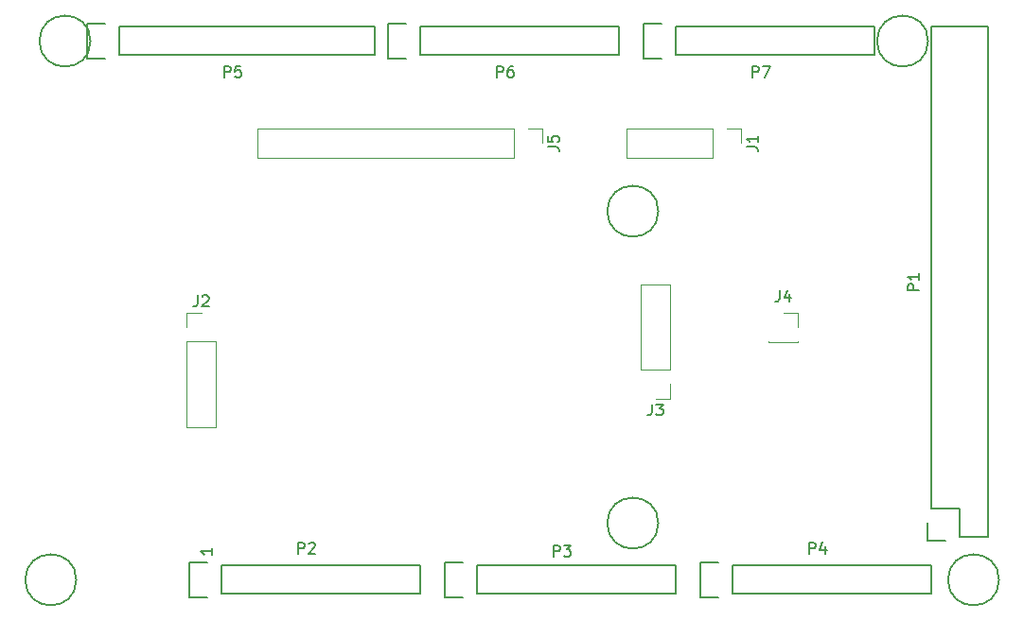
<source format=gbr>
G04 #@! TF.GenerationSoftware,KiCad,Pcbnew,5.0.2+dfsg1-1*
G04 #@! TF.CreationDate,2020-02-13T15:26:16-05:00*
G04 #@! TF.ProjectId,poolV1,706f6f6c-5631-42e6-9b69-6361645f7063,rev?*
G04 #@! TF.SameCoordinates,Original*
G04 #@! TF.FileFunction,Legend,Top*
G04 #@! TF.FilePolarity,Positive*
%FSLAX46Y46*%
G04 Gerber Fmt 4.6, Leading zero omitted, Abs format (unit mm)*
G04 Created by KiCad (PCBNEW 5.0.2+dfsg1-1) date Thu 13 Feb 2020 03:26:16 PM -05*
%MOMM*%
%LPD*%
G01*
G04 APERTURE LIST*
%ADD10C,0.150000*%
%ADD11C,0.120000*%
G04 APERTURE END LIST*
D10*
X131770380Y-116300285D02*
X131770380Y-116871714D01*
X131770380Y-116586000D02*
X130770380Y-116586000D01*
X130913238Y-116681238D01*
X131008476Y-116776476D01*
X131056095Y-116871714D01*
D11*
G04 #@! TO.C,J4*
X181550000Y-97850000D02*
X184210000Y-97850000D01*
X181550000Y-97730000D02*
X181550000Y-97850000D01*
X184210000Y-97730000D02*
X184210000Y-97850000D01*
X184210000Y-95190000D02*
X184210000Y-96520000D01*
X182880000Y-95190000D02*
X184210000Y-95190000D01*
G04 #@! TO.C,J2*
X129480000Y-105470000D02*
X132140000Y-105470000D01*
X129480000Y-97790000D02*
X129480000Y-105470000D01*
X132140000Y-97790000D02*
X132140000Y-105470000D01*
X129480000Y-97790000D02*
X132140000Y-97790000D01*
X129480000Y-96520000D02*
X129480000Y-95190000D01*
X129480000Y-95190000D02*
X130810000Y-95190000D01*
G04 #@! TO.C,J1*
X179130000Y-78680000D02*
X179130000Y-80010000D01*
X177800000Y-78680000D02*
X179130000Y-78680000D01*
X176530000Y-78680000D02*
X176530000Y-81340000D01*
X176530000Y-81340000D02*
X168850000Y-81340000D01*
X176530000Y-78680000D02*
X168850000Y-78680000D01*
X168850000Y-78680000D02*
X168850000Y-81340000D01*
G04 #@! TO.C,J5*
X135830000Y-78680000D02*
X135830000Y-81340000D01*
X158750000Y-78680000D02*
X135830000Y-78680000D01*
X158750000Y-81340000D02*
X135830000Y-81340000D01*
X158750000Y-78680000D02*
X158750000Y-81340000D01*
X160020000Y-78680000D02*
X161350000Y-78680000D01*
X161350000Y-78680000D02*
X161350000Y-80010000D01*
G04 #@! TO.C,J3*
X172780000Y-92650000D02*
X170120000Y-92650000D01*
X172780000Y-100330000D02*
X172780000Y-92650000D01*
X170120000Y-100330000D02*
X170120000Y-92650000D01*
X172780000Y-100330000D02*
X170120000Y-100330000D01*
X172780000Y-101600000D02*
X172780000Y-102930000D01*
X172780000Y-102930000D02*
X171450000Y-102930000D01*
D10*
G04 #@! TO.C,P1*
X201168000Y-115316000D02*
X201168000Y-69596000D01*
X196088000Y-69596000D02*
X196088000Y-112776000D01*
X201168000Y-69596000D02*
X196088000Y-69596000D01*
X201168000Y-115316000D02*
X198628000Y-115316000D01*
X195808000Y-114046000D02*
X195808000Y-115596000D01*
X198628000Y-115316000D02*
X198628000Y-112776000D01*
X198628000Y-112776000D02*
X196088000Y-112776000D01*
X195808000Y-115596000D02*
X197358000Y-115596000D01*
G04 #@! TO.C,P2*
X132588000Y-120396000D02*
X150368000Y-120396000D01*
X150368000Y-120396000D02*
X150368000Y-117856000D01*
X150368000Y-117856000D02*
X132588000Y-117856000D01*
X129768000Y-120676000D02*
X131318000Y-120676000D01*
X132588000Y-120396000D02*
X132588000Y-117856000D01*
X131318000Y-117576000D02*
X129768000Y-117576000D01*
X129768000Y-117576000D02*
X129768000Y-120676000D01*
G04 #@! TO.C,P3*
X155448000Y-120396000D02*
X173228000Y-120396000D01*
X173228000Y-120396000D02*
X173228000Y-117856000D01*
X173228000Y-117856000D02*
X155448000Y-117856000D01*
X152628000Y-120676000D02*
X154178000Y-120676000D01*
X155448000Y-120396000D02*
X155448000Y-117856000D01*
X154178000Y-117576000D02*
X152628000Y-117576000D01*
X152628000Y-117576000D02*
X152628000Y-120676000D01*
G04 #@! TO.C,P4*
X178308000Y-120396000D02*
X196088000Y-120396000D01*
X196088000Y-120396000D02*
X196088000Y-117856000D01*
X196088000Y-117856000D02*
X178308000Y-117856000D01*
X175488000Y-120676000D02*
X177038000Y-120676000D01*
X178308000Y-120396000D02*
X178308000Y-117856000D01*
X177038000Y-117576000D02*
X175488000Y-117576000D01*
X175488000Y-117576000D02*
X175488000Y-120676000D01*
G04 #@! TO.C,P5*
X123444000Y-72136000D02*
X146304000Y-72136000D01*
X146304000Y-72136000D02*
X146304000Y-69596000D01*
X146304000Y-69596000D02*
X123444000Y-69596000D01*
X120624000Y-72416000D02*
X122174000Y-72416000D01*
X123444000Y-72136000D02*
X123444000Y-69596000D01*
X122174000Y-69316000D02*
X120624000Y-69316000D01*
X120624000Y-69316000D02*
X120624000Y-72416000D01*
G04 #@! TO.C,P6*
X150368000Y-72136000D02*
X168148000Y-72136000D01*
X168148000Y-72136000D02*
X168148000Y-69596000D01*
X168148000Y-69596000D02*
X150368000Y-69596000D01*
X147548000Y-72416000D02*
X149098000Y-72416000D01*
X150368000Y-72136000D02*
X150368000Y-69596000D01*
X149098000Y-69316000D02*
X147548000Y-69316000D01*
X147548000Y-69316000D02*
X147548000Y-72416000D01*
G04 #@! TO.C,P7*
X173228000Y-72136000D02*
X191008000Y-72136000D01*
X191008000Y-72136000D02*
X191008000Y-69596000D01*
X191008000Y-69596000D02*
X173228000Y-69596000D01*
X170408000Y-72416000D02*
X171958000Y-72416000D01*
X173228000Y-72136000D02*
X173228000Y-69596000D01*
X171958000Y-69316000D02*
X170408000Y-69316000D01*
X170408000Y-69316000D02*
X170408000Y-72416000D01*
G04 #@! TO.C,P8*
X119634000Y-119126000D02*
G75*
G03X119634000Y-119126000I-2286000J0D01*
G01*
G04 #@! TO.C,P9*
X171704000Y-114046000D02*
G75*
G03X171704000Y-114046000I-2286000J0D01*
G01*
G04 #@! TO.C,P10*
X202184000Y-119126000D02*
G75*
G03X202184000Y-119126000I-2286000J0D01*
G01*
G04 #@! TO.C,P11*
X120904000Y-70866000D02*
G75*
G03X120904000Y-70866000I-2286000J0D01*
G01*
G04 #@! TO.C,P12*
X171704000Y-86106000D02*
G75*
G03X171704000Y-86106000I-2286000J0D01*
G01*
G04 #@! TO.C,P13*
X195834000Y-70866000D02*
G75*
G03X195834000Y-70866000I-2286000J0D01*
G01*
G04 #@! TO.C,J4*
X182546666Y-93202380D02*
X182546666Y-93916666D01*
X182499047Y-94059523D01*
X182403809Y-94154761D01*
X182260952Y-94202380D01*
X182165714Y-94202380D01*
X183451428Y-93535714D02*
X183451428Y-94202380D01*
X183213333Y-93154761D02*
X182975238Y-93869047D01*
X183594285Y-93869047D01*
G04 #@! TO.C,J2*
X130476666Y-93642380D02*
X130476666Y-94356666D01*
X130429047Y-94499523D01*
X130333809Y-94594761D01*
X130190952Y-94642380D01*
X130095714Y-94642380D01*
X130905238Y-93737619D02*
X130952857Y-93690000D01*
X131048095Y-93642380D01*
X131286190Y-93642380D01*
X131381428Y-93690000D01*
X131429047Y-93737619D01*
X131476666Y-93832857D01*
X131476666Y-93928095D01*
X131429047Y-94070952D01*
X130857619Y-94642380D01*
X131476666Y-94642380D01*
G04 #@! TO.C,J1*
X179582380Y-80343333D02*
X180296666Y-80343333D01*
X180439523Y-80390952D01*
X180534761Y-80486190D01*
X180582380Y-80629047D01*
X180582380Y-80724285D01*
X180582380Y-79343333D02*
X180582380Y-79914761D01*
X180582380Y-79629047D02*
X179582380Y-79629047D01*
X179725238Y-79724285D01*
X179820476Y-79819523D01*
X179868095Y-79914761D01*
G04 #@! TO.C,J5*
X161802380Y-80343333D02*
X162516666Y-80343333D01*
X162659523Y-80390952D01*
X162754761Y-80486190D01*
X162802380Y-80629047D01*
X162802380Y-80724285D01*
X161802380Y-79390952D02*
X161802380Y-79867142D01*
X162278571Y-79914761D01*
X162230952Y-79867142D01*
X162183333Y-79771904D01*
X162183333Y-79533809D01*
X162230952Y-79438571D01*
X162278571Y-79390952D01*
X162373809Y-79343333D01*
X162611904Y-79343333D01*
X162707142Y-79390952D01*
X162754761Y-79438571D01*
X162802380Y-79533809D01*
X162802380Y-79771904D01*
X162754761Y-79867142D01*
X162707142Y-79914761D01*
G04 #@! TO.C,J3*
X171116666Y-103382380D02*
X171116666Y-104096666D01*
X171069047Y-104239523D01*
X170973809Y-104334761D01*
X170830952Y-104382380D01*
X170735714Y-104382380D01*
X171497619Y-103382380D02*
X172116666Y-103382380D01*
X171783333Y-103763333D01*
X171926190Y-103763333D01*
X172021428Y-103810952D01*
X172069047Y-103858571D01*
X172116666Y-103953809D01*
X172116666Y-104191904D01*
X172069047Y-104287142D01*
X172021428Y-104334761D01*
X171926190Y-104382380D01*
X171640476Y-104382380D01*
X171545238Y-104334761D01*
X171497619Y-104287142D01*
G04 #@! TO.C,P1*
X195016380Y-93194095D02*
X194016380Y-93194095D01*
X194016380Y-92813142D01*
X194064000Y-92717904D01*
X194111619Y-92670285D01*
X194206857Y-92622666D01*
X194349714Y-92622666D01*
X194444952Y-92670285D01*
X194492571Y-92717904D01*
X194540190Y-92813142D01*
X194540190Y-93194095D01*
X195016380Y-91670285D02*
X195016380Y-92241714D01*
X195016380Y-91956000D02*
X194016380Y-91956000D01*
X194159238Y-92051238D01*
X194254476Y-92146476D01*
X194302095Y-92241714D01*
G04 #@! TO.C,P2*
X139469904Y-116784380D02*
X139469904Y-115784380D01*
X139850857Y-115784380D01*
X139946095Y-115832000D01*
X139993714Y-115879619D01*
X140041333Y-115974857D01*
X140041333Y-116117714D01*
X139993714Y-116212952D01*
X139946095Y-116260571D01*
X139850857Y-116308190D01*
X139469904Y-116308190D01*
X140422285Y-115879619D02*
X140469904Y-115832000D01*
X140565142Y-115784380D01*
X140803238Y-115784380D01*
X140898476Y-115832000D01*
X140946095Y-115879619D01*
X140993714Y-115974857D01*
X140993714Y-116070095D01*
X140946095Y-116212952D01*
X140374666Y-116784380D01*
X140993714Y-116784380D01*
G04 #@! TO.C,P3*
X162329904Y-117038380D02*
X162329904Y-116038380D01*
X162710857Y-116038380D01*
X162806095Y-116086000D01*
X162853714Y-116133619D01*
X162901333Y-116228857D01*
X162901333Y-116371714D01*
X162853714Y-116466952D01*
X162806095Y-116514571D01*
X162710857Y-116562190D01*
X162329904Y-116562190D01*
X163234666Y-116038380D02*
X163853714Y-116038380D01*
X163520380Y-116419333D01*
X163663238Y-116419333D01*
X163758476Y-116466952D01*
X163806095Y-116514571D01*
X163853714Y-116609809D01*
X163853714Y-116847904D01*
X163806095Y-116943142D01*
X163758476Y-116990761D01*
X163663238Y-117038380D01*
X163377523Y-117038380D01*
X163282285Y-116990761D01*
X163234666Y-116943142D01*
G04 #@! TO.C,P4*
X185189904Y-116784380D02*
X185189904Y-115784380D01*
X185570857Y-115784380D01*
X185666095Y-115832000D01*
X185713714Y-115879619D01*
X185761333Y-115974857D01*
X185761333Y-116117714D01*
X185713714Y-116212952D01*
X185666095Y-116260571D01*
X185570857Y-116308190D01*
X185189904Y-116308190D01*
X186618476Y-116117714D02*
X186618476Y-116784380D01*
X186380380Y-115736761D02*
X186142285Y-116451047D01*
X186761333Y-116451047D01*
G04 #@! TO.C,P5*
X132865904Y-74112380D02*
X132865904Y-73112380D01*
X133246857Y-73112380D01*
X133342095Y-73160000D01*
X133389714Y-73207619D01*
X133437333Y-73302857D01*
X133437333Y-73445714D01*
X133389714Y-73540952D01*
X133342095Y-73588571D01*
X133246857Y-73636190D01*
X132865904Y-73636190D01*
X134342095Y-73112380D02*
X133865904Y-73112380D01*
X133818285Y-73588571D01*
X133865904Y-73540952D01*
X133961142Y-73493333D01*
X134199238Y-73493333D01*
X134294476Y-73540952D01*
X134342095Y-73588571D01*
X134389714Y-73683809D01*
X134389714Y-73921904D01*
X134342095Y-74017142D01*
X134294476Y-74064761D01*
X134199238Y-74112380D01*
X133961142Y-74112380D01*
X133865904Y-74064761D01*
X133818285Y-74017142D01*
G04 #@! TO.C,P6*
X157249904Y-74112380D02*
X157249904Y-73112380D01*
X157630857Y-73112380D01*
X157726095Y-73160000D01*
X157773714Y-73207619D01*
X157821333Y-73302857D01*
X157821333Y-73445714D01*
X157773714Y-73540952D01*
X157726095Y-73588571D01*
X157630857Y-73636190D01*
X157249904Y-73636190D01*
X158678476Y-73112380D02*
X158488000Y-73112380D01*
X158392761Y-73160000D01*
X158345142Y-73207619D01*
X158249904Y-73350476D01*
X158202285Y-73540952D01*
X158202285Y-73921904D01*
X158249904Y-74017142D01*
X158297523Y-74064761D01*
X158392761Y-74112380D01*
X158583238Y-74112380D01*
X158678476Y-74064761D01*
X158726095Y-74017142D01*
X158773714Y-73921904D01*
X158773714Y-73683809D01*
X158726095Y-73588571D01*
X158678476Y-73540952D01*
X158583238Y-73493333D01*
X158392761Y-73493333D01*
X158297523Y-73540952D01*
X158249904Y-73588571D01*
X158202285Y-73683809D01*
G04 #@! TO.C,P7*
X180109904Y-74112380D02*
X180109904Y-73112380D01*
X180490857Y-73112380D01*
X180586095Y-73160000D01*
X180633714Y-73207619D01*
X180681333Y-73302857D01*
X180681333Y-73445714D01*
X180633714Y-73540952D01*
X180586095Y-73588571D01*
X180490857Y-73636190D01*
X180109904Y-73636190D01*
X181014666Y-73112380D02*
X181681333Y-73112380D01*
X181252761Y-74112380D01*
G04 #@! TD*
M02*

</source>
